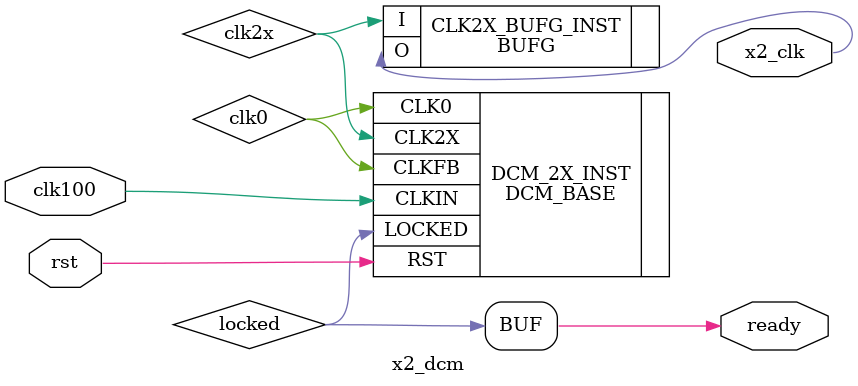
<source format=v>
`timescale 1ns / 1ps
`default_nettype none
module x2_dcm(
  output x2_clk,
  output ready,
  input clk100,
  input rst //asynchronous active High reset
);
   
  wire locked, clk0, clk2x;
  
  assign ready = locked;

  BUFG CLK2X_BUFG_INST (.I(clk2x),
                 .O(x2_clk));
                 
  DCM_BASE DCM_2X_INST (.CLKIN(clk100),
                 .CLKFB(clk0),
                 .CLK0(clk0),
                 .RST(rst),
                 .CLK2X(clk2x),
                 .LOCKED(locked));
                 
  defparam DCM_2X_INST.CLK_FEEDBACK = "1X";
  //defparam DCM_SP_INST.CLKDV_DIVIDE = 4;
  //defparam DCM_SP_INST.CLKIN_DIVIDE_BY_2 = "FALSE";
  defparam DCM_2X_INST.CLKIN_PERIOD = 10.000;
  defparam DCM_2X_INST.CLKOUT_PHASE_SHIFT = "NONE";
  defparam DCM_2X_INST.DESKEW_ADJUST = "SYSTEM_SYNCHRONOUS";
  defparam DCM_2X_INST.DFS_FREQUENCY_MODE = "LOW";
  defparam DCM_2X_INST.DLL_FREQUENCY_MODE = "LOW";
  defparam DCM_2X_INST.DUTY_CYCLE_CORRECTION = "TRUE";
  defparam DCM_2X_INST.FACTORY_JF = 16'hF0F0;
  defparam DCM_2X_INST.PHASE_SHIFT = 0;
  defparam DCM_2X_INST.STARTUP_WAIT = "TRUE";

endmodule

</source>
